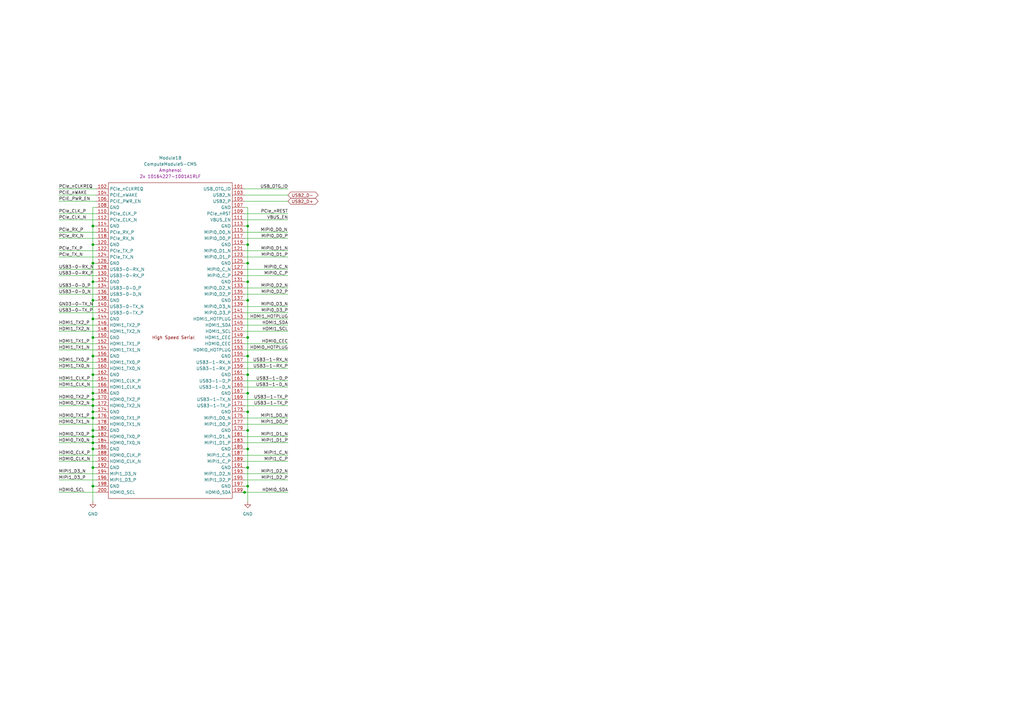
<source format=kicad_sch>
(kicad_sch (version 20250114) (generator "eeschema") (generator_version "9.0")
  (paper "A3")
  (lib_symbols
    (symbol "CM5IO:ComputeModule5-CM5"
      (property "Reference" "Module" (at 113.03 -68.58 0))
      (property "Value" "ComputeModule5-CM5" (at 140.97 2.54 0))
      (property "Field4" "Amphenol" (at 0 0 0))
      (property "Field5" "2x 10164227-1001A1RLF" (at 0 -2.54 0))
      (symbol "ComputeModule5-CM5_1_0"
        (text "GPIO" (at 0 6.35 0) (effects (font (size 1.27 1.27))))
      )
      (symbol "ComputeModule5-CM5_1_1"
        (rectangle (start -30.48 -71.12) (end 25.4 58.42))
        (text "600mA Max" (at -8.89 -48.26 0) (effects (font (size 1.27 1.27))))
        (text "600mA Max" (at -8.89 -53.34 0) (effects (font (size 1.27 1.27))))
        (text "NB SD signals are only available" (at -1.27 -27.94 0) (effects (font (size 1.27 1.27))))
        (text "on modules without eMMC" (at -1.27 -30.48 0) (effects (font (size 1.27 1.27))))
        (pin power_in line (at -33.02 55.88 0) (length 2.54) (name "GND") (number "2"))
        (pin passive line (at -33.02 53.34 0) (length 2.54) (name "Ethernet_Pair1_P") (number "4"))
        (pin passive line (at -33.02 50.8 0) (length 2.54) (name "Ethernet_Pair1_N") (number "6"))
        (pin power_in line (at -33.02 48.26 0) (length 2.54) (name "GND") (number "8"))
        (pin passive line (at -33.02 45.72 0) (length 2.54) (name "Ethernet_Pair0_N") (number "10"))
        (pin passive line (at -33.02 43.18 0) (length 2.54) (name "Ethernet_Pair0_P") (number "12"))
        (pin power_in line (at -33.02 40.64 0) (length 2.54) (name "GND") (number "14"))
        (pin input line (at -33.02 38.1 0) (length 2.54) (name "FAN_TACHO") (number "16"))
        (pin input line (at -33.02 35.56 0) (length 2.54) (name "Ethernet_SYNC_OUT(3.3v)") (number "18"))
        (pin passive line (at -33.02 33.02 0) (length 2.54) (name "EEPROM_nWP") (number "20"))
        (pin power_in line (at -33.02 30.48 0) (length 2.54) (name "GND") (number "22"))
        (pin passive line (at -33.02 27.94 0) (length 2.54) (name "GPIO26") (number "24"))
        (pin passive line (at -33.02 25.4 0) (length 2.54) (name "GPIO19") (number "26"))
        (pin passive line (at -33.02 22.86 0) (length 2.54) (name "GPIO13") (number "28"))
        (pin passive line (at -33.02 20.32 0) (length 2.54) (name "GPIO6") (number "30"))
        (pin power_in line (at -33.02 17.78 0) (length 2.54) (name "GND") (number "32"))
        (pin passive line (at -33.02 15.24 0) (length 2.54) (name "GPIO5") (number "34"))
        (pin passive line (at -33.02 12.7 0) (length 2.54) (name "ID_SD") (number "36"))
        (pin passive line (at -33.02 10.16 0) (length 2.54) (name "GPIO11") (number "38"))
        (pin passive line (at -33.02 7.62 0) (length 2.54) (name "GPIO9") (number "40"))
        (pin power_in line (at -33.02 5.08 0) (length 2.54) (name "GND") (number "42"))
        (pin passive line (at -33.02 2.54 0) (length 2.54) (name "GPIO10") (number "44"))
        (pin passive line (at -33.02 0 0) (length 2.54) (name "GPIO22") (number "46"))
        (pin passive line (at -33.02 -2.54 0) (length 2.54) (name "GPIO27") (number "48"))
        (pin passive line (at -33.02 -5.08 0) (length 2.54) (name "GPIO17") (number "50"))
        (pin power_in line (at -33.02 -7.62 0) (length 2.54) (name "GND") (number "52"))
        (pin passive line (at -33.02 -10.16 0) (length 2.54) (name "GPIO4") (number "54"))
        (pin passive line (at -33.02 -12.7 0) (length 2.54) (name "GPIO3") (number "56"))
        (pin passive line (at -33.02 -15.24 0) (length 2.54) (name "GPIO2") (number "58"))
        (pin power_in line (at -33.02 -17.78 0) (length 2.54) (name "GND") (number "60"))
        (pin passive line (at -33.02 -20.32 0) (length 2.54) (name "SD_CMD") (number "62"))
        (pin passive line (at -33.02 -22.86 0) (length 2.54) (name "SD_DAT5") (number "64"))
        (pin power_in line (at -33.02 -25.4 0) (length 2.54) (name "GND") (number "66"))
        (pin passive line (at -33.02 -27.94 0) (length 2.54) (name "SD_DAT4") (number "68"))
        (pin passive line (at -33.02 -30.48 0) (length 2.54) (name "SD_DAT7") (number "70"))
        (pin passive line (at -33.02 -33.02 0) (length 2.54) (name "SD_DAT6") (number "72"))
        (pin power_in line (at -33.02 -35.56 0) (length 2.54) (name "GND") (number "74"))
        (pin passive line (at -33.02 -38.1 0) (length 2.54) (name "VBAT") (number "76"))
        (pin power_in line (at -33.02 -40.64 0) (length 2.54) (name "GPIO_VREF(1.8v/3.3v_Input)") (number "78"))
        (pin passive line (at -33.02 -43.18 0) (length 2.54) (name "SCL0") (number "80"))
        (pin passive line (at -33.02 -45.72 0) (length 2.54) (name "SDA0") (number "82"))
        (pin power_out line (at -33.02 -48.26 0) (length 2.54) (name "+3.3v_(Output)") (number "84"))
        (pin passive line (at -33.02 -50.8 0) (length 2.54) (name "+3.3v_(Output)") (number "86"))
        (pin power_out line (at -33.02 -53.34 0) (length 2.54) (name "+1.8v_(Output)") (number "88"))
        (pin passive line (at -33.02 -55.88 0) (length 2.54) (name "+1.8v_(Output)") (number "90"))
        (pin passive line (at -33.02 -58.42 0) (length 2.54) (name "PWR_BUT") (number "92"))
        (pin passive line (at -33.02 -60.96 0) (length 2.54) (name "CC1") (number "94"))
        (pin passive line (at -33.02 -63.5 0) (length 2.54) (name "CC2") (number "96"))
        (pin power_in line (at -33.02 -66.04 0) (length 2.54) (name "GND") (number "98"))
        (pin passive line (at -33.02 -68.58 0) (length 2.54) (name "CAM_GPIO1") (number "100"))
        (pin power_in line (at 27.94 55.88 180) (length 2.54) (name "GND") (number "1"))
        (pin passive line (at 27.94 53.34 180) (length 2.54) (name "Ethernet_Pair3_P") (number "3"))
        (pin passive line (at 27.94 50.8 180) (length 2.54) (name "Ethernet_Pair3_N") (number "5"))
        (pin power_in line (at 27.94 48.26 180) (length 2.54) (name "GND") (number "7"))
        (pin passive line (at 27.94 45.72 180) (length 2.54) (name "Ethernet_Pair2_N") (number "9"))
        (pin passive line (at 27.94 43.18 180) (length 2.54) (name "Ethernet_Pair2_P") (number "11"))
        (pin power_in line (at 27.94 40.64 180) (length 2.54) (name "GND") (number "13"))
        (pin output line (at 27.94 38.1 180) (length 2.54) (name "Ethernet_nLED3(3.3v)") (number "15"))
        (pin output line (at 27.94 35.56 180) (length 2.54) (name "Ethernet_nLED2(3.3v)") (number "17"))
        (pin output line (at 27.94 33.02 180) (length 2.54) (name "FAN_PWM") (number "19"))
        (pin open_collector line (at 27.94 30.48 180) (length 2.54) (name "LED_nACT") (number "21"))
        (pin power_in line (at 27.94 27.94 180) (length 2.54) (name "GND") (number "23"))
        (pin passive line (at 27.94 25.4 180) (length 2.54) (name "GPIO21") (number "25"))
        (pin passive line (at 27.94 22.86 180) (length 2.54) (name "GPIO20") (number "27"))
        (pin passive line (at 27.94 20.32 180) (length 2.54) (name "GPIO16") (number "29"))
        (pin passive line (at 27.94 17.78 180) (length 2.54) (name "GPIO12") (number "31"))
        (pin power_in line (at 27.94 15.24 180) (length 2.54) (name "GND") (number "33"))
        (pin passive line (at 27.94 12.7 180) (length 2.54) (name "ID_SC") (number "35"))
        (pin passive line (at 27.94 10.16 180) (length 2.54) (name "GPIO7") (number "37"))
        (pin passive line (at 27.94 7.62 180) (length 2.54) (name "GPIO8") (number "39"))
        (pin passive line (at 27.94 5.08 180) (length 2.54) (name "GPIO25") (number "41"))
        (pin power_in line (at 27.94 2.54 180) (length 2.54) (name "GND") (number "43"))
        (pin passive line (at 27.94 0 180) (length 2.54) (name "GPIO24") (number "45"))
        (pin passive line (at 27.94 -2.54 180) (length 2.54) (name "GPIO23") (number "47"))
        (pin passive line (at 27.94 -5.08 180) (length 2.54) (name "GPIO18") (number "49"))
        (pin passive line (at 27.94 -7.62 180) (length 2.54) (name "GPIO15") (number "51"))
        (pin power_in line (at 27.94 -10.16 180) (length 2.54) (name "GND") (number "53"))
        (pin passive line (at 27.94 -12.7 180) (length 2.54) (name "GPIO14") (number "55"))
        (pin passive line (at 27.94 -15.24 180) (length 2.54) (name "SD_CLK") (number "57"))
        (pin power_in line (at 27.94 -17.78 180) (length 2.54) (name "GND") (number "59"))
        (pin passive line (at 27.94 -20.32 180) (length 2.54) (name "SD_DAT3") (number "61"))
        (pin passive line (at 27.94 -22.86 180) (length 2.54) (name "SD_DAT0") (number "63"))
        (pin power_in line (at 27.94 -25.4 180) (length 2.54) (name "GND") (number "65"))
        (pin passive line (at 27.94 -27.94 180) (length 2.54) (name "SD_DAT1") (number "67"))
        (pin passive line (at 27.94 -30.48 180) (length 2.54) (name "SD_DAT2") (number "69"))
        (pin power_in line (at 27.94 -33.02 180) (length 2.54) (name "GND") (number "71"))
        (pin input line (at 27.94 -35.56 180) (length 2.54) (name "SD_VDD_Override") (number "73"))
        (pin output line (at 27.94 -38.1 180) (length 2.54) (name "SD_PWR_ON") (number "75"))
        (pin power_in line (at 27.94 -40.64 180) (length 2.54) (name "+5v_(Input)") (number "77"))
        (pin power_in line (at 27.94 -43.18 180) (length 2.54) (name "+5v_(Input)") (number "79"))
        (pin power_in line (at 27.94 -45.72 180) (length 2.54) (name "+5v_(Input)") (number "81"))
        (pin power_in line (at 27.94 -48.26 180) (length 2.54) (name "+5v_(Input)") (number "83"))
        (pin power_in line (at 27.94 -50.8 180) (length 2.54) (name "+5v_(Input)") (number "85"))
        (pin power_in line (at 27.94 -53.34 180) (length 2.54) (name "+5v_(Input)") (number "87"))
        (pin input line (at 27.94 -55.88 180) (length 2.54) (name "WiFi_nDisable") (number "89"))
        (pin input line (at 27.94 -58.42 180) (length 2.54) (name "BT_nDisable") (number "91"))
        (pin input line (at 27.94 -60.96 180) (length 2.54) (name "nRPIBOOT") (number "93"))
        (pin output line (at 27.94 -63.5 180) (length 2.54) (name "LED_nPWR") (number "95"))
        (pin passive line (at 27.94 -66.04 180) (length 2.54) (name "CAM_GPIO0") (number "97"))
        (pin input line (at 27.94 -68.58 180) (length 2.54) (name "PMIC_ENABLE") (number "99"))
      )
      (symbol "ComputeModule5-CM5_2_1"
        (rectangle (start 114.3 -66.04) (end 165.1 63.5))
        (text "High Speed Serial" (at 140.97 0 0) (effects (font (size 1.27 1.27))))
        (pin input line (at 109.22 60.96 0) (length 5.08) (name "PCIe_nCLKREQ") (number "102"))
        (pin input line (at 109.22 58.42 0) (length 5.08) (name "PCIE_nWAKE") (number "104"))
        (pin output line (at 109.22 55.88 0) (length 5.08) (name "PCIE_PWR_EN") (number "106"))
        (pin power_in line (at 109.22 53.34 0) (length 5.08) (name "GND") (number "108"))
        (pin output line (at 109.22 50.8 0) (length 5.08) (name "PCIe_CLK_P") (number "110"))
        (pin output line (at 109.22 48.26 0) (length 5.08) (name "PCIe_CLK_N") (number "112"))
        (pin power_in line (at 109.22 45.72 0) (length 5.08) (name "GND") (number "114"))
        (pin input line (at 109.22 43.18 0) (length 5.08) (name "PCIe_RX_P") (number "116"))
        (pin input line (at 109.22 40.64 0) (length 5.08) (name "PCIe_RX_N") (number "118"))
        (pin power_in line (at 109.22 38.1 0) (length 5.08) (name "GND") (number "120"))
        (pin output line (at 109.22 35.56 0) (length 5.08) (name "PCIe_TX_P") (number "122"))
        (pin output line (at 109.22 33.02 0) (length 5.08) (name "PCIe_TX_N") (number "124"))
        (pin power_in line (at 109.22 30.48 0) (length 5.08) (name "GND") (number "126"))
        (pin input line (at 109.22 27.94 0) (length 5.08) (name "USB3-0-RX_N") (number "128"))
        (pin input line (at 109.22 25.4 0) (length 5.08) (name "USB3-0-RX_P") (number "130"))
        (pin power_in line (at 109.22 22.86 0) (length 5.08) (name "GND") (number "132"))
        (pin passive line (at 109.22 20.32 0) (length 5.08) (name "USB3-0-D_P") (number "134"))
        (pin passive line (at 109.22 17.78 0) (length 5.08) (name "USB3-0-D_N") (number "136"))
        (pin power_in line (at 109.22 15.24 0) (length 5.08) (name "GND") (number "138"))
        (pin output line (at 109.22 12.7 0) (length 5.08) (name "USB3-0-TX_N") (number "140"))
        (pin output line (at 109.22 10.16 0) (length 5.08) (name "USB3-0-TX_P") (number "142"))
        (pin power_in line (at 109.22 7.62 0) (length 5.08) (name "GND") (number "144"))
        (pin output line (at 109.22 5.08 0) (length 5.08) (name "HDMI1_TX2_P") (number "146"))
        (pin output line (at 109.22 2.54 0) (length 5.08) (name "HDMI1_TX2_N") (number "148"))
        (pin power_in line (at 109.22 0 0) (length 5.08) (name "GND") (number "150"))
        (pin output line (at 109.22 -2.54 0) (length 5.08) (name "HDMI1_TX1_P") (number "152"))
        (pin output line (at 109.22 -5.08 0) (length 5.08) (name "HDMI1_TX1_N") (number "154"))
        (pin power_in line (at 109.22 -7.62 0) (length 5.08) (name "GND") (number "156"))
        (pin output line (at 109.22 -10.16 0) (length 5.08) (name "HDMI1_TX0_P") (number "158"))
        (pin output line (at 109.22 -12.7 0) (length 5.08) (name "HDMI1_TX0_N") (number "160"))
        (pin power_in line (at 109.22 -15.24 0) (length 5.08) (name "GND") (number "162"))
        (pin output line (at 109.22 -17.78 0) (length 5.08) (name "HDMI1_CLK_P") (number "164"))
        (pin output line (at 109.22 -20.32 0) (length 5.08) (name "HDMI1_CLK_N") (number "166"))
        (pin power_in line (at 109.22 -22.86 0) (length 5.08) (name "GND") (number "168"))
        (pin output line (at 109.22 -25.4 0) (length 5.08) (name "HDMI0_TX2_P") (number "170"))
        (pin output line (at 109.22 -27.94 0) (length 5.08) (name "HDMI0_TX2_N") (number "172"))
        (pin power_in line (at 109.22 -30.48 0) (length 5.08) (name "GND") (number "174"))
        (pin output line (at 109.22 -33.02 0) (length 5.08) (name "HDMI0_TX1_P") (number "176"))
        (pin output line (at 109.22 -35.56 0) (length 5.08) (name "HDMI0_TX1_N") (number "178"))
        (pin power_in line (at 109.22 -38.1 0) (length 5.08) (name "GND") (number "180"))
        (pin output line (at 109.22 -40.64 0) (length 5.08) (name "HDMI0_TX0_P") (number "182"))
        (pin output line (at 109.22 -43.18 0) (length 5.08) (name "HDMI0_TX0_N") (number "184"))
        (pin power_in line (at 109.22 -45.72 0) (length 5.08) (name "GND") (number "186"))
        (pin output line (at 109.22 -48.26 0) (length 5.08) (name "HDMI0_CLK_P") (number "188"))
        (pin output line (at 109.22 -50.8 0) (length 5.08) (name "HDMI0_CLK_N") (number "190"))
        (pin power_in line (at 109.22 -53.34 0) (length 5.08) (name "GND") (number "192"))
        (pin output line (at 109.22 -55.88 0) (length 5.08) (name "MIPI1_D3_N") (number "194"))
        (pin output line (at 109.22 -58.42 0) (length 5.08) (name "MIPI1_D3_P") (number "196"))
        (pin power_in line (at 109.22 -60.96 0) (length 5.08) (name "GND") (number "198"))
        (pin open_collector line (at 109.22 -63.5 0) (length 5.08) (name "HDMI0_SCL") (number "200"))
        (pin input line (at 170.18 60.96 180) (length 5.08) (name "USB_OTG_ID") (number "101"))
        (pin passive line (at 170.18 58.42 180) (length 5.08) (name "USB2_N") (number "103"))
        (pin passive line (at 170.18 55.88 180) (length 5.08) (name "USB2_P") (number "105"))
        (pin power_in line (at 170.18 53.34 180) (length 5.08) (name "GND") (number "107"))
        (pin output line (at 170.18 50.8 180) (length 5.08) (name "PCIe_nRST") (number "109"))
        (pin output line (at 170.18 48.26 180) (length 5.08) (name "VBUS_EN") (number "111"))
        (pin power_in line (at 170.18 45.72 180) (length 5.08) (name "GND") (number "113"))
        (pin input line (at 170.18 43.18 180) (length 5.08) (name "MIPI0_D0_N") (number "115"))
        (pin input line (at 170.18 40.64 180) (length 5.08) (name "MIPI0_D0_P") (number "117"))
        (pin power_in line (at 170.18 38.1 180) (length 5.08) (name "GND") (number "119"))
        (pin input line (at 170.18 35.56 180) (length 5.08) (name "MIPI0_D1_N") (number "121"))
        (pin input line (at 170.18 33.02 180) (length 5.08) (name "MIPI0_D1_P") (number "123"))
        (pin power_in line (at 170.18 30.48 180) (length 5.08) (name "GND") (number "125"))
        (pin input line (at 170.18 27.94 180) (length 5.08) (name "MIPI0_C_N") (number "127"))
        (pin input line (at 170.18 25.4 180) (length 5.08) (name "MIPI0_C_P") (number "129"))
        (pin power_in line (at 170.18 22.86 180) (length 5.08) (name "GND") (number "131"))
        (pin input line (at 170.18 20.32 180) (length 5.08) (name "MIPI0_D2_N") (number "133"))
        (pin input line (at 170.18 17.78 180) (length 5.08) (name "MIPI0_D2_P") (number "135"))
        (pin power_in line (at 170.18 15.24 180) (length 5.08) (name "GND") (number "137"))
        (pin input line (at 170.18 12.7 180) (length 5.08) (name "MIPI0_D3_N") (number "139"))
        (pin input line (at 170.18 10.16 180) (length 5.08) (name "MIPI0_D3_P") (number "141"))
        (pin input line (at 170.18 7.62 180) (length 5.08) (name "HDMI1_HOTPLUG") (number "143"))
        (pin bidirectional line (at 170.18 5.08 180) (length 5.08) (name "HDMI1_SDA") (number "145"))
        (pin open_collector line (at 170.18 2.54 180) (length 5.08) (name "HDMI1_SCL") (number "147"))
        (pin open_collector line (at 170.18 0 180) (length 5.08) (name "HDMI1_CEC") (number "149"))
        (pin open_collector line (at 170.18 -2.54 180) (length 5.08) (name "HDMI0_CEC") (number "151"))
        (pin input line (at 170.18 -5.08 180) (length 5.08) (name "HDMI0_HOTPLUG") (number "153"))
        (pin power_in line (at 170.18 -7.62 180) (length 5.08) (name "GND") (number "155"))
        (pin input line (at 170.18 -10.16 180) (length 5.08) (name "USB3-1-RX_N") (number "157"))
        (pin input line (at 170.18 -12.7 180) (length 5.08) (name "USB3-1-RX_P") (number "159"))
        (pin power_in line (at 170.18 -15.24 180) (length 5.08) (name "GND") (number "161"))
        (pin passive line (at 170.18 -17.78 180) (length 5.08) (name "USB3-1-D_P") (number "163"))
        (pin passive line (at 170.18 -20.32 180) (length 5.08) (name "USB3-1-D_N") (number "165"))
        (pin power_in line (at 170.18 -22.86 180) (length 5.08) (name "GND") (number "167"))
        (pin output line (at 170.18 -25.4 180) (length 5.08) (name "USB3-1-TX_N") (number "169"))
        (pin output line (at 170.18 -27.94 180) (length 5.08) (name "USB3-1-TX_P") (number "171"))
        (pin power_in line (at 170.18 -30.48 180) (length 5.08) (name "GND") (number "173"))
        (pin output line (at 170.18 -33.02 180) (length 5.08) (name "MIPI1_D0_N") (number "175"))
        (pin output line (at 170.18 -35.56 180) (length 5.08) (name "MIPI1_D0_P") (number "177"))
        (pin power_in line (at 170.18 -38.1 180) (length 5.08) (name "GND") (number "179"))
        (pin output line (at 170.18 -40.64 180) (length 5.08) (name "MIPI1_D1_N") (number "181"))
        (pin output line (at 170.18 -43.18 180) (length 5.08) (name "MIPI1_D1_P") (number "183"))
        (pin power_in line (at 170.18 -45.72 180) (length 5.08) (name "GND") (number "185"))
        (pin output line (at 170.18 -48.26 180) (length 5.08) (name "MIPI1_C_N") (number "187"))
        (pin output line (at 170.18 -50.8 180) (length 5.08) (name "MIPI1_C_P") (number "189"))
        (pin power_in line (at 170.18 -53.34 180) (length 5.08) (name "GND") (number "191"))
        (pin output line (at 170.18 -55.88 180) (length 5.08) (name "MIPI1_D2_N") (number "193"))
        (pin output line (at 170.18 -58.42 180) (length 5.08) (name "MIPI1_D2_P") (number "195"))
        (pin power_in line (at 170.18 -60.96 180) (length 5.08) (name "GND") (number "197"))
        (pin bidirectional line (at 170.18 -63.5 180) (length 5.08) (name "HDMI0_SDA") (number "199"))
      )
    )
    (symbol "power:GND" (power) (pin_numbers (hide yes)) (pin_names (offset 0) (hide yes))
      (property "Value" "GND" (at 0 -3.81 0))
      (symbol "GND_0_1"
        (polyline (pts (xy 0 0) (xy 0 -1.27) (xy 1.27 -1.27) (xy 0 -2.54) (xy -1.27 -1.27) (xy 0 -1.27)))
      )
      (symbol "GND_1_1"
        (pin power_in line (at 0 0 270) (length 0) (name "~") (number "1"))
      )
    )
  )
  (junction (at 100.33 201.93))
  (junction (at 38.1 123.19))
  (junction (at 38.1 163.83))
  (junction (at 38.1 100.33))
  (junction (at 38.1 166.37))
  (junction (at 38.1 199.39))
  (junction (at 38.1 107.95))
  (junction (at 38.1 184.15))
  (junction (at 38.1 146.05))
  (junction (at 38.1 181.61))
  (junction (at 38.1 92.71))
  (junction (at 101.6 191.77))
  (junction (at 101.6 168.91))
  (junction (at 101.6 138.43))
  (junction (at 38.1 179.07))
  (junction (at 38.1 130.81))
  (junction (at 101.6 123.19))
  (junction (at 101.6 176.53))
  (junction (at 38.1 168.91))
  (junction (at 38.1 191.77))
  (junction (at 38.1 161.29))
  (junction (at 38.1 171.45))
  (junction (at 101.6 161.29))
  (junction (at 38.1 115.57))
  (junction (at 101.6 146.05))
  (junction (at 101.6 92.71))
  (junction (at 101.6 115.57))
  (junction (at 101.6 100.33))
  (junction (at 38.1 153.67))
  (junction (at 101.6 184.15))
  (junction (at 101.6 153.67))
  (junction (at 38.1 176.53))
  (junction (at 101.6 199.39))
  (junction (at 101.6 107.95))
  (junction (at 38.1 138.43))
  (wire (pts (xy 24.13 179.07) (xy 38.1 179.07)))
  (wire (pts (xy 38.1 92.71) (xy 39.37 92.71)))
  (wire (pts (xy 38.1 181.61) (xy 38.1 184.15)))
  (wire (pts (xy 38.1 168.91) (xy 39.37 168.91)))
  (wire (pts (xy 38.1 184.15) (xy 39.37 184.15)))
  (wire (pts (xy 101.6 191.77) (xy 101.6 184.15)))
  (wire (pts (xy 38.1 146.05) (xy 39.37 146.05)))
  (wire (pts (xy 101.6 199.39) (xy 101.6 205.74)))
  (wire (pts (xy 38.1 199.39) (xy 39.37 199.39)))
  (wire (pts (xy 38.1 179.07) (xy 39.37 179.07)))
  (wire (pts (xy 38.1 100.33) (xy 39.37 100.33)))
  (wire (pts (xy 101.6 100.33) (xy 101.6 92.71)))
  (wire (pts (xy 101.6 85.09) (xy 100.33 85.09)))
  (wire (pts (xy 100.33 102.87) (xy 118.11 102.87)))
  (wire (pts (xy 100.33 140.97) (xy 118.11 140.97)))
  (wire (pts (xy 101.6 153.67) (xy 100.33 153.67)))
  (wire (pts (xy 100.33 80.01) (xy 118.11 80.01)))
  (wire (pts (xy 38.1 138.43) (xy 38.1 146.05)))
  (wire (pts (xy 100.33 196.85) (xy 118.11 196.85)))
  (wire (pts (xy 100.33 82.55) (xy 118.11 82.55)))
  (wire (pts (xy 101.6 176.53) (xy 100.33 176.53)))
  (wire (pts (xy 101.6 184.15) (xy 101.6 176.53)))
  (wire (pts (xy 24.13 90.17) (xy 39.37 90.17)))
  (wire (pts (xy 38.1 171.45) (xy 38.1 176.53)))
  (wire (pts (xy 38.1 163.83) (xy 39.37 163.83)))
  (wire (pts (xy 100.33 163.83) (xy 118.11 163.83)))
  (wire (pts (xy 24.13 97.79) (xy 39.37 97.79)))
  (wire (pts (xy 101.6 92.71) (xy 101.6 85.09)))
  (wire (pts (xy 38.1 85.09) (xy 38.1 92.71)))
  (wire (pts (xy 101.6 176.53) (xy 101.6 168.91)))
  (wire (pts (xy 100.33 186.69) (xy 118.11 186.69)))
  (wire (pts (xy 38.1 107.95) (xy 38.1 115.57)))
  (wire (pts (xy 100.33 113.03) (xy 118.11 113.03)))
  (wire (pts (xy 101.6 168.91) (xy 100.33 168.91)))
  (wire (pts (xy 24.13 105.41) (xy 39.37 105.41)))
  (wire (pts (xy 24.13 125.73) (xy 39.37 125.73)))
  (wire (pts (xy 38.1 146.05) (xy 38.1 153.67)))
  (wire (pts (xy 38.1 176.53) (xy 39.37 176.53)))
  (wire (pts (xy 24.13 87.63) (xy 39.37 87.63)))
  (wire (pts (xy 38.1 181.61) (xy 39.37 181.61)))
  (wire (pts (xy 38.1 107.95) (xy 39.37 107.95)))
  (wire (pts (xy 24.13 171.45) (xy 38.1 171.45)))
  (wire (pts (xy 24.13 196.85) (xy 39.37 196.85)))
  (wire (pts (xy 101.6 161.29) (xy 100.33 161.29)))
  (wire (pts (xy 100.33 125.73) (xy 118.11 125.73)))
  (wire (pts (xy 100.33 110.49) (xy 118.11 110.49)))
  (wire (pts (xy 24.13 77.47) (xy 39.37 77.47)))
  (wire (pts (xy 24.13 166.37) (xy 38.1 166.37)))
  (wire (pts (xy 24.13 102.87) (xy 39.37 102.87)))
  (wire (pts (xy 100.33 105.41) (xy 118.11 105.41)))
  (wire (pts (xy 100.33 120.65) (xy 118.11 120.65)))
  (wire (pts (xy 38.1 171.45) (xy 39.37 171.45)))
  (wire (pts (xy 101.6 100.33) (xy 100.33 100.33)))
  (wire (pts (xy 24.13 140.97) (xy 39.37 140.97)))
  (wire (pts (xy 38.1 176.53) (xy 38.1 179.07)))
  (wire (pts (xy 24.13 118.11) (xy 39.37 118.11)))
  (wire (pts (xy 24.13 135.89) (xy 39.37 135.89)))
  (wire (pts (xy 100.33 189.23) (xy 118.11 189.23)))
  (wire (pts (xy 100.33 151.13) (xy 118.11 151.13)))
  (wire (pts (xy 101.6 92.71) (xy 100.33 92.71)))
  (wire (pts (xy 38.1 191.77) (xy 39.37 191.77)))
  (wire (pts (xy 100.33 156.21) (xy 118.11 156.21)))
  (wire (pts (xy 101.6 138.43) (xy 100.33 138.43)))
  (wire (pts (xy 38.1 184.15) (xy 38.1 191.77)))
  (wire (pts (xy 38.1 153.67) (xy 38.1 161.29)))
  (wire (pts (xy 24.13 201.93) (xy 39.37 201.93)))
  (wire (pts (xy 100.33 128.27) (xy 118.11 128.27)))
  (wire (pts (xy 38.1 166.37) (xy 39.37 166.37)))
  (wire (pts (xy 38.1 163.83) (xy 38.1 166.37)))
  (wire (pts (xy 38.1 115.57) (xy 38.1 123.19)))
  (wire (pts (xy 99.06 201.93) (xy 100.33 201.93)))
  (wire (pts (xy 38.1 92.71) (xy 38.1 100.33)))
  (wire (pts (xy 100.33 135.89) (xy 118.11 135.89)))
  (wire (pts (xy 38.1 100.33) (xy 38.1 107.95)))
  (wire (pts (xy 101.6 153.67) (xy 101.6 146.05)))
  (wire (pts (xy 24.13 82.55) (xy 39.37 82.55)))
  (wire (pts (xy 38.1 123.19) (xy 38.1 130.81)))
  (wire (pts (xy 100.33 133.35) (xy 118.11 133.35)))
  (wire (pts (xy 38.1 168.91) (xy 38.1 171.45)))
  (wire (pts (xy 24.13 156.21) (xy 39.37 156.21)))
  (wire (pts (xy 24.13 80.01) (xy 39.37 80.01)))
  (wire (pts (xy 101.6 115.57) (xy 100.33 115.57)))
  (wire (pts (xy 100.33 97.79) (xy 118.11 97.79)))
  (wire (pts (xy 24.13 186.69) (xy 39.37 186.69)))
  (wire (pts (xy 38.1 130.81) (xy 38.1 138.43)))
  (wire (pts (xy 38.1 85.09) (xy 39.37 85.09)))
  (wire (pts (xy 100.33 90.17) (xy 118.11 90.17)))
  (wire (pts (xy 100.33 181.61) (xy 118.11 181.61)))
  (wire (pts (xy 101.6 161.29) (xy 101.6 153.67)))
  (wire (pts (xy 24.13 151.13) (xy 39.37 151.13)))
  (wire (pts (xy 24.13 120.65) (xy 39.37 120.65)))
  (wire (pts (xy 38.1 166.37) (xy 38.1 168.91)))
  (wire (pts (xy 24.13 110.49) (xy 39.37 110.49)))
  (wire (pts (xy 101.6 123.19) (xy 100.33 123.19)))
  (wire (pts (xy 101.6 123.19) (xy 101.6 115.57)))
  (wire (pts (xy 24.13 181.61) (xy 38.1 181.61)))
  (wire (pts (xy 101.6 146.05) (xy 101.6 138.43)))
  (wire (pts (xy 101.6 123.19) (xy 101.6 138.43)))
  (wire (pts (xy 24.13 128.27) (xy 39.37 128.27)))
  (wire (pts (xy 24.13 158.75) (xy 39.37 158.75)))
  (wire (pts (xy 100.33 148.59) (xy 118.11 148.59)))
  (wire (pts (xy 24.13 148.59) (xy 39.37 148.59)))
  (wire (pts (xy 38.1 138.43) (xy 39.37 138.43)))
  (wire (pts (xy 101.6 168.91) (xy 101.6 161.29)))
  (wire (pts (xy 24.13 173.99) (xy 39.37 173.99)))
  (wire (pts (xy 38.1 161.29) (xy 38.1 163.83)))
  (wire (pts (xy 24.13 133.35) (xy 39.37 133.35)))
  (wire (pts (xy 24.13 163.83) (xy 38.1 163.83)))
  (wire (pts (xy 100.33 95.25) (xy 118.11 95.25)))
  (wire (pts (xy 24.13 113.03) (xy 39.37 113.03)))
  (wire (pts (xy 100.33 87.63) (xy 118.11 87.63)))
  (wire (pts (xy 24.13 143.51) (xy 39.37 143.51)))
  (wire (pts (xy 24.13 189.23) (xy 39.37 189.23)))
  (wire (pts (xy 38.1 199.39) (xy 38.1 205.74)))
  (wire (pts (xy 100.33 201.93) (xy 118.11 201.93)))
  (wire (pts (xy 100.33 173.99) (xy 118.11 173.99)))
  (wire (pts (xy 100.33 143.51) (xy 118.11 143.51)))
  (wire (pts (xy 101.6 146.05) (xy 100.33 146.05)))
  (wire (pts (xy 100.33 77.47) (xy 118.11 77.47)))
  (wire (pts (xy 101.6 184.15) (xy 100.33 184.15)))
  (wire (pts (xy 24.13 194.31) (xy 39.37 194.31)))
  (wire (pts (xy 24.13 95.25) (xy 39.37 95.25)))
  (wire (pts (xy 38.1 130.81) (xy 39.37 130.81)))
  (wire (pts (xy 100.33 118.11) (xy 118.11 118.11)))
  (wire (pts (xy 101.6 107.95) (xy 100.33 107.95)))
  (wire (pts (xy 100.33 158.75) (xy 118.11 158.75)))
  (wire (pts (xy 100.33 179.07) (xy 118.11 179.07)))
  (wire (pts (xy 100.33 166.37) (xy 118.11 166.37)))
  (wire (pts (xy 38.1 123.19) (xy 39.37 123.19)))
  (wire (pts (xy 38.1 115.57) (xy 39.37 115.57)))
  (wire (pts (xy 101.6 107.95) (xy 101.6 100.33)))
  (wire (pts (xy 38.1 179.07) (xy 38.1 181.61)))
  (wire (pts (xy 38.1 161.29) (xy 39.37 161.29)))
  (wire (pts (xy 101.6 191.77) (xy 100.33 191.77)))
  (wire (pts (xy 101.6 199.39) (xy 100.33 199.39)))
  (wire (pts (xy 100.33 194.31) (xy 118.11 194.31)))
  (wire (pts (xy 101.6 115.57) (xy 101.6 107.95)))
  (wire (pts (xy 38.1 153.67) (xy 39.37 153.67)))
  (wire (pts (xy 101.6 199.39) (xy 101.6 191.77)))
  (wire (pts (xy 100.33 130.81) (xy 118.11 130.81)))
  (wire (pts (xy 100.33 171.45) (xy 118.11 171.45)))
  (wire (pts (xy 38.1 191.77) (xy 38.1 199.39)))
  (label "MIPI1_D3_N" (at 24.13 194.31 0))
  (label "PCIe_nCLKREQ" (at 24.13 77.47 0))
  (label "HDMI1_TX2_P" (at 24.13 133.35 0))
  (label "HDMI1_TX2_N" (at 24.13 135.89 0))
  (label "MIPI1_D1_N" (at 118.11 179.07 180))
  (label "HDMI1_CLK_P" (at 24.13 156.21 0))
  (label "HDMI1_TX0_P" (at 24.13 148.59 0))
  (label "HDMI1_CLK_N" (at 24.13 158.75 0))
  (label "MIPI0_D1_N" (at 118.11 102.87 180))
  (label "PCIe_RX_P" (at 24.13 95.25 0))
  (label "PCIe_nREST" (at 118.11 87.63 180))
  (label "HDMI0_CEC" (at 118.11 140.97 180))
  (label "USB3-0-D_N" (at 24.13 120.65 0))
  (label "USB3-1-TX_P" (at 118.11 166.37 180))
  (label "HDMI0_SDA" (at 118.11 201.93 180))
  (label "HDMI1_SCL" (at 118.11 135.89 180))
  (label "HDMI0_TX2_P" (at 24.13 163.83 0))
  (label "MIPI0_D2_N" (at 118.11 118.11 180))
  (label "MIPI0_D3_P" (at 118.11 128.27 180))
  (label "HDMI0_TX2_N" (at 24.13 166.37 0))
  (label "USB3-0-TX_P" (at 24.13 128.27 0))
  (label "MIPI0_C_N" (at 118.11 110.49 180))
  (label "HDMI0_TX0_P" (at 24.13 179.07 0))
  (label "HDMI0_HOTPLUG" (at 118.11 143.51 180))
  (label "HDMI1_TX1_P" (at 24.13 140.97 0))
  (label "HDMI1_SDA" (at 118.11 133.35 180))
  (label "MIPI0_D1_P" (at 118.11 105.41 180))
  (label "PCIe_RX_N" (at 24.13 97.79 0))
  (label "MIPI1_D3_P" (at 24.13 196.85 0))
  (label "MIPI1_DO_N" (at 118.11 171.45 180))
  (label "HDMI0_TX0_N" (at 24.13 181.61 0))
  (label "MIPI0_D2_P" (at 118.11 120.65 180))
  (label "MIPI1_C_P" (at 118.11 189.23 180))
  (label "HDMI0_CLK_P" (at 24.13 186.69 0))
  (label "USB3-1-RX_N" (at 118.11 148.59 180))
  (label "USB3-0-RX_N" (at 24.13 110.49 0))
  (label "PCIe_TX_P" (at 24.13 102.87 0))
  (label "MIPI0_D3_N" (at 118.11 125.73 180))
  (label "PCIe_CLK_P" (at 24.13 87.63 0))
  (label "HDMI1_HOTPLUG" (at 118.11 130.81 180))
  (label "MIPI1_D1_P" (at 118.11 181.61 180))
  (label "USB_OTG_ID" (at 118.11 77.47 180))
  (label "MIPI1_D2_N" (at 118.11 194.31 180))
  (label "MIPI0_C_P" (at 118.11 113.03 180))
  (label "HDMI0_TX1_P" (at 24.13 171.45 0))
  (label "PCIe_TX_N" (at 24.13 105.41 0))
  (label "MIPI1_C_N" (at 118.11 186.69 180))
  (label "USB3-1-TX_P" (at 118.11 163.83 180))
  (label "PCIE_PWR_EN" (at 24.13 82.55 0))
  (label "HDMI0_CLK_N" (at 24.13 189.23 0))
  (label "HDMI1_TX1_N" (at 24.13 143.51 0))
  (label "PCIE_nWAKE" (at 24.13 80.01 0))
  (label "HDMI1_TX0_N" (at 24.13 151.13 0))
  (label "HDMI0_TX1_N" (at 24.13 173.99 0))
  (label "GND3-0-TX_N" (at 24.13 125.73 0))
  (label "PCIe_CLK_N" (at 24.13 90.17 0))
  (label "VBUS_EN" (at 118.11 90.17 180))
  (label "HDMI0_SCL" (at 24.13 201.93 0))
  (label "MIPI0_D0_P" (at 118.11 97.79 180))
  (label "USB3-1-RX_P" (at 118.11 151.13 180))
  (label "USB3-0-D_P" (at 24.13 118.11 0))
  (label "MIPI0_D0_N" (at 117.933 95.25 180))
  (label "MIPI1_DO_P" (at 118.11 173.99 180))
  (label "USB3-1-D_N" (at 118.11 158.75 180))
  (label "USB3-0-RX_P" (at 24.13 113.03 0))
  (label "USB3-1-D_P" (at 118.11 156.21 180))
  (label "MIPI1_D2_P" (at 118.11 196.85 180))
  (global_label "USB2_D-" (shape bidirectional) (at 118.11 80.01 0) (property "Intersheetrefs" "${INTERSHEET_REFS}" (effects (hide yes))))
  (global_label "USB2_D+" (shape bidirectional) (at 118.11 82.55 0) (property "Intersheetrefs" "${INTERSHEET_REFS}" (effects (hide yes))))
  (symbol (lib_id "power:GND") (at 38.1 205.74 0) (unit 1)
    (property "Reference" "#PWR07" (effects (hide yes)))
    (property "Value" "GND" (at 38.1 210.82 0))
    (property "Description" "Power symbol creates a global label with name \"GND\" , ground" (effects (hide yes)))
  )
  (symbol (lib_id "CM5IO:ComputeModule5-CM5") (at -69.85 138.43 0) (unit 2)
    (property "Reference" "Module1" (at 69.85 64.77 0))
    (property "Value" "ComputeModule5-CM5" (at 69.85 67.31 0))
    (property "Footprint" "CM5IO:Raspberry-Pi-5-Compute-Module" (effects (hide yes)))
    (property "Description" "RaspberryPi Compute module 5" (effects (hide yes)))
    (property "Field4" "Amphenol" (at 69.85 69.85 0))
    (property "Field5" "2x 10164227-1001A1RLF" (at 69.85 72.39 0))
  )
  (symbol (lib_id "power:GND") (at 101.6 205.74 0) (unit 1)
    (property "Reference" "#PWR08" (effects (hide yes)))
    (property "Value" "GND" (at 101.6 210.82 0))
    (property "Description" "Power symbol creates a global label with name \"GND\" , ground" (effects (hide yes)))
  )
)
</source>
